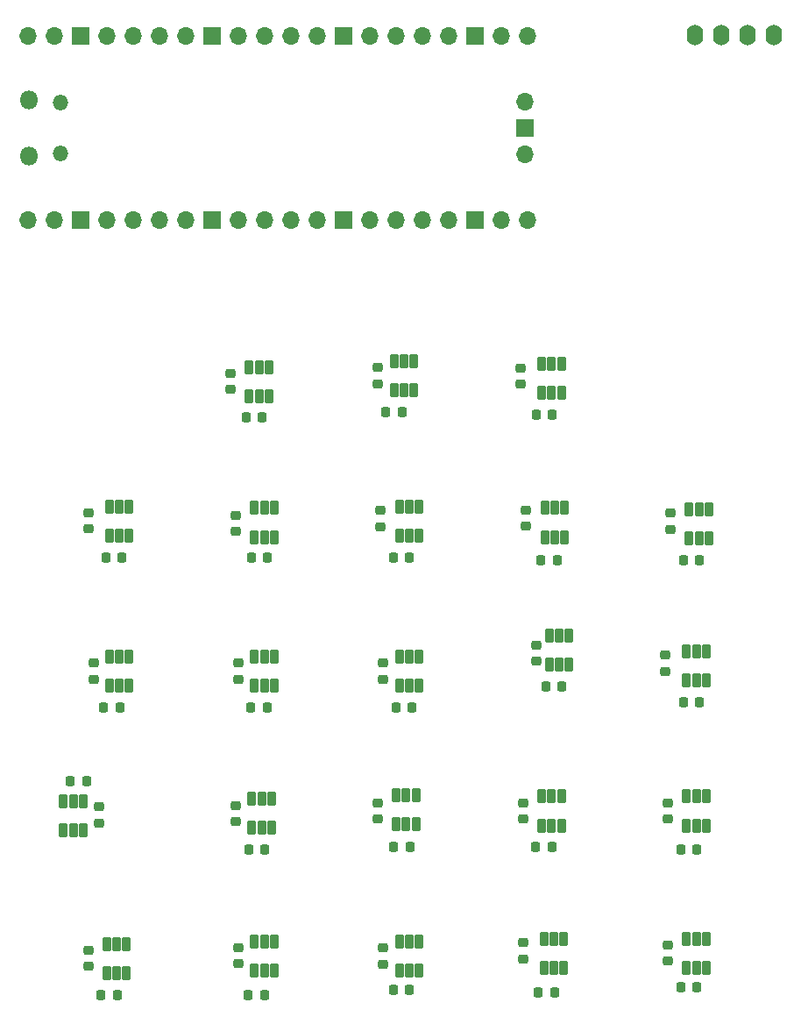
<source format=gbr>
%TF.GenerationSoftware,KiCad,Pcbnew,7.0.9*%
%TF.CreationDate,2024-09-03T11:05:06+09:00*%
%TF.ProjectId,_________,d5eac3af-adfc-4dcf-9cc9-2e6b69636164,rev?*%
%TF.SameCoordinates,Original*%
%TF.FileFunction,Soldermask,Bot*%
%TF.FilePolarity,Negative*%
%FSLAX46Y46*%
G04 Gerber Fmt 4.6, Leading zero omitted, Abs format (unit mm)*
G04 Created by KiCad (PCBNEW 7.0.9) date 2024-09-03 11:05:06*
%MOMM*%
%LPD*%
G01*
G04 APERTURE LIST*
G04 Aperture macros list*
%AMRoundRect*
0 Rectangle with rounded corners*
0 $1 Rounding radius*
0 $2 $3 $4 $5 $6 $7 $8 $9 X,Y pos of 4 corners*
0 Add a 4 corners polygon primitive as box body*
4,1,4,$2,$3,$4,$5,$6,$7,$8,$9,$2,$3,0*
0 Add four circle primitives for the rounded corners*
1,1,$1+$1,$2,$3*
1,1,$1+$1,$4,$5*
1,1,$1+$1,$6,$7*
1,1,$1+$1,$8,$9*
0 Add four rect primitives between the rounded corners*
20,1,$1+$1,$2,$3,$4,$5,0*
20,1,$1+$1,$4,$5,$6,$7,0*
20,1,$1+$1,$6,$7,$8,$9,0*
20,1,$1+$1,$8,$9,$2,$3,0*%
G04 Aperture macros list end*
%ADD10O,1.800000X1.800000*%
%ADD11O,1.500000X1.500000*%
%ADD12O,1.700000X1.700000*%
%ADD13R,1.700000X1.700000*%
%ADD14O,1.600000X2.000000*%
%ADD15RoundRect,0.102000X0.304800X0.571500X-0.304800X0.571500X-0.304800X-0.571500X0.304800X-0.571500X0*%
%ADD16RoundRect,0.225000X0.250000X-0.225000X0.250000X0.225000X-0.250000X0.225000X-0.250000X-0.225000X0*%
%ADD17RoundRect,0.225000X-0.225000X-0.250000X0.225000X-0.250000X0.225000X0.250000X-0.225000X0.250000X0*%
%ADD18RoundRect,0.102000X-0.304800X-0.571500X0.304800X-0.571500X0.304800X0.571500X-0.304800X0.571500X0*%
%ADD19RoundRect,0.225000X0.225000X0.250000X-0.225000X0.250000X-0.225000X-0.250000X0.225000X-0.250000X0*%
%ADD20RoundRect,0.225000X-0.250000X0.225000X-0.250000X-0.225000X0.250000X-0.225000X0.250000X0.225000X0*%
G04 APERTURE END LIST*
D10*
%TO.C,U1*%
X95750000Y-55975000D03*
D11*
X98780000Y-55675000D03*
X98780000Y-50825000D03*
D10*
X95750000Y-50525000D03*
D12*
X95620000Y-62140000D03*
X98160000Y-62140000D03*
D13*
X100700000Y-62140000D03*
D12*
X103240000Y-62140000D03*
X105780000Y-62140000D03*
X108320000Y-62140000D03*
X110860000Y-62140000D03*
D13*
X113400000Y-62140000D03*
D12*
X115940000Y-62140000D03*
X118480000Y-62140000D03*
X121020000Y-62140000D03*
X123560000Y-62140000D03*
D13*
X126100000Y-62140000D03*
D12*
X128640000Y-62140000D03*
X131180000Y-62140000D03*
X133720000Y-62140000D03*
X136260000Y-62140000D03*
D13*
X138800000Y-62140000D03*
D12*
X141340000Y-62140000D03*
X143880000Y-62140000D03*
X143880000Y-44360000D03*
X141340000Y-44360000D03*
D13*
X138800000Y-44360000D03*
D12*
X136260000Y-44360000D03*
X133720000Y-44360000D03*
X131180000Y-44360000D03*
X128640000Y-44360000D03*
D13*
X126100000Y-44360000D03*
D12*
X123560000Y-44360000D03*
X121020000Y-44360000D03*
X118480000Y-44360000D03*
X115940000Y-44360000D03*
D13*
X113400000Y-44360000D03*
D12*
X110860000Y-44360000D03*
X108320000Y-44360000D03*
X105780000Y-44360000D03*
X103240000Y-44360000D03*
D13*
X100700000Y-44360000D03*
D12*
X98160000Y-44360000D03*
X95620000Y-44360000D03*
X143650000Y-55790000D03*
D13*
X143650000Y-53250000D03*
D12*
X143650000Y-50710000D03*
%TD*%
D14*
%TO.C,Brd1*%
X160080000Y-44250000D03*
X162620000Y-44250000D03*
X165160000Y-44250000D03*
X167700000Y-44250000D03*
%TD*%
D15*
%TO.C,U16*%
X105409052Y-92604000D03*
X104459052Y-92604000D03*
X103509052Y-92604000D03*
X103509052Y-89796000D03*
X104459052Y-89796000D03*
X105409052Y-89796000D03*
%TD*%
D16*
%TO.C,C13*%
X157459052Y-119975000D03*
X157459052Y-118425000D03*
%TD*%
D17*
%TO.C,C57*%
X158934052Y-94950000D03*
X160484052Y-94950000D03*
%TD*%
%TO.C,C4*%
X131209052Y-109200000D03*
X132759052Y-109200000D03*
%TD*%
%TO.C,C26*%
X102684052Y-136950000D03*
X104234052Y-136950000D03*
%TD*%
D15*
%TO.C,U44*%
X147159052Y-78854000D03*
X146209052Y-78854000D03*
X145259052Y-78854000D03*
X145259052Y-76046000D03*
X146209052Y-76046000D03*
X147159052Y-76046000D03*
%TD*%
D18*
%TO.C,U10*%
X99050000Y-118250000D03*
X100000000Y-118250000D03*
X100950000Y-118250000D03*
X100950000Y-121058000D03*
X100000000Y-121058000D03*
X99050000Y-121058000D03*
%TD*%
D17*
%TO.C,C32*%
X144934052Y-136700000D03*
X146484052Y-136700000D03*
%TD*%
D15*
%TO.C,U39*%
X161409052Y-92854000D03*
X160459052Y-92854000D03*
X159509052Y-92854000D03*
X159509052Y-90046000D03*
X160459052Y-90046000D03*
X161409052Y-90046000D03*
%TD*%
%TO.C,U27*%
X105159052Y-134854000D03*
X104209052Y-134854000D03*
X103259052Y-134854000D03*
X103259052Y-132046000D03*
X104209052Y-132046000D03*
X105159052Y-132046000D03*
%TD*%
%TO.C,U4*%
X119409052Y-107104000D03*
X118459052Y-107104000D03*
X117509052Y-107104000D03*
X117509052Y-104296000D03*
X118459052Y-104296000D03*
X119409052Y-104296000D03*
%TD*%
D16*
%TO.C,C37*%
X115959052Y-106475000D03*
X115959052Y-104925000D03*
%TD*%
%TO.C,C5*%
X129959052Y-134000000D03*
X129959052Y-132450000D03*
%TD*%
D17*
%TO.C,C18*%
X145184052Y-94950000D03*
X146734052Y-94950000D03*
%TD*%
D15*
%TO.C,U33*%
X147409052Y-134354000D03*
X146459052Y-134354000D03*
X145509052Y-134354000D03*
X145509052Y-131546000D03*
X146459052Y-131546000D03*
X147409052Y-131546000D03*
%TD*%
%TO.C,U41*%
X118909052Y-79200000D03*
X117959052Y-79200000D03*
X117009052Y-79200000D03*
X117009052Y-76392000D03*
X117959052Y-76392000D03*
X118909052Y-76392000D03*
%TD*%
D16*
%TO.C,C6*%
X157459052Y-133725000D03*
X157459052Y-132175000D03*
%TD*%
D17*
%TO.C,C25*%
X158684052Y-122950000D03*
X160234052Y-122950000D03*
%TD*%
D16*
%TO.C,C36*%
X101959052Y-106475000D03*
X101959052Y-104925000D03*
%TD*%
%TO.C,C11*%
X143459052Y-133475000D03*
X143459052Y-131925000D03*
%TD*%
%TO.C,C21*%
X129709052Y-91750000D03*
X129709052Y-90200000D03*
%TD*%
D15*
%TO.C,U34*%
X133409052Y-134604000D03*
X132459052Y-134604000D03*
X131509052Y-134604000D03*
X131509052Y-131796000D03*
X132459052Y-131796000D03*
X133409052Y-131796000D03*
%TD*%
D17*
%TO.C,C23*%
X130959052Y-122700000D03*
X132509052Y-122700000D03*
%TD*%
%TO.C,C8*%
X158934052Y-108700000D03*
X160484052Y-108700000D03*
%TD*%
D15*
%TO.C,U26*%
X161159052Y-120604000D03*
X160209052Y-120604000D03*
X159259052Y-120604000D03*
X159259052Y-117796000D03*
X160209052Y-117796000D03*
X161159052Y-117796000D03*
%TD*%
D16*
%TO.C,C22*%
X144709052Y-104725000D03*
X144709052Y-103175000D03*
%TD*%
D19*
%TO.C,C9*%
X101275000Y-116337500D03*
X99725000Y-116337500D03*
%TD*%
D17*
%TO.C,C7*%
X145659052Y-107200000D03*
X147209052Y-107200000D03*
%TD*%
D15*
%TO.C,U35*%
X119409052Y-134604000D03*
X118459052Y-134604000D03*
X117509052Y-134604000D03*
X117509052Y-131796000D03*
X118459052Y-131796000D03*
X119409052Y-131796000D03*
%TD*%
D17*
%TO.C,C16*%
X117184052Y-94700000D03*
X118734052Y-94700000D03*
%TD*%
D15*
%TO.C,U25*%
X147159052Y-120604000D03*
X146209052Y-120604000D03*
X145259052Y-120604000D03*
X145259052Y-117796000D03*
X146209052Y-117796000D03*
X147159052Y-117796000D03*
%TD*%
D17*
%TO.C,C31*%
X158684052Y-136200000D03*
X160234052Y-136200000D03*
%TD*%
D15*
%TO.C,U9*%
X161159052Y-106604000D03*
X160209052Y-106604000D03*
X159259052Y-106604000D03*
X159259052Y-103796000D03*
X160209052Y-103796000D03*
X161159052Y-103796000D03*
%TD*%
%TO.C,U24*%
X133109052Y-120508000D03*
X132159052Y-120508000D03*
X131209052Y-120508000D03*
X131209052Y-117700000D03*
X132159052Y-117700000D03*
X133109052Y-117700000D03*
%TD*%
%TO.C,U42*%
X132909052Y-78604000D03*
X131959052Y-78604000D03*
X131009052Y-78604000D03*
X131009052Y-75796000D03*
X131959052Y-75796000D03*
X132909052Y-75796000D03*
%TD*%
D16*
%TO.C,C14*%
X143459052Y-119975000D03*
X143459052Y-118425000D03*
%TD*%
D17*
%TO.C,C41*%
X144709052Y-80950000D03*
X146259052Y-80950000D03*
%TD*%
D16*
%TO.C,C45*%
X129459052Y-77950000D03*
X129459052Y-76400000D03*
%TD*%
D17*
%TO.C,C40*%
X130209052Y-80700000D03*
X131759052Y-80700000D03*
%TD*%
D20*
%TO.C,C28*%
X102500000Y-118812500D03*
X102500000Y-120362500D03*
%TD*%
D16*
%TO.C,C19*%
X101459052Y-91975000D03*
X101459052Y-90425000D03*
%TD*%
D15*
%TO.C,U18*%
X133409052Y-92604000D03*
X132459052Y-92604000D03*
X131509052Y-92604000D03*
X131509052Y-89796000D03*
X132459052Y-89796000D03*
X133409052Y-89796000D03*
%TD*%
D16*
%TO.C,C27*%
X157209052Y-105725000D03*
X157209052Y-104175000D03*
%TD*%
D15*
%TO.C,U11*%
X119159052Y-120854000D03*
X118209052Y-120854000D03*
X117259052Y-120854000D03*
X117259052Y-118046000D03*
X118209052Y-118046000D03*
X119159052Y-118046000D03*
%TD*%
D17*
%TO.C,C10*%
X116934052Y-122950000D03*
X118484052Y-122950000D03*
%TD*%
%TO.C,C17*%
X130934052Y-94700000D03*
X132484052Y-94700000D03*
%TD*%
D15*
%TO.C,U5*%
X133409052Y-107104000D03*
X132459052Y-107104000D03*
X131509052Y-107104000D03*
X131509052Y-104296000D03*
X132459052Y-104296000D03*
X133409052Y-104296000D03*
%TD*%
D17*
%TO.C,C1*%
X102934052Y-109200000D03*
X104484052Y-109200000D03*
%TD*%
%TO.C,C34*%
X116909052Y-136950000D03*
X118459052Y-136950000D03*
%TD*%
D15*
%TO.C,U8*%
X147909052Y-105104000D03*
X146959052Y-105104000D03*
X146009052Y-105104000D03*
X146009052Y-102296000D03*
X146959052Y-102296000D03*
X147909052Y-102296000D03*
%TD*%
D16*
%TO.C,C43*%
X157709052Y-92000000D03*
X157709052Y-90450000D03*
%TD*%
D17*
%TO.C,C39*%
X116709052Y-81200000D03*
X118259052Y-81200000D03*
%TD*%
D15*
%TO.C,U2*%
X105409052Y-107104000D03*
X104459052Y-107104000D03*
X103509052Y-107104000D03*
X103509052Y-104296000D03*
X104459052Y-104296000D03*
X105409052Y-104296000D03*
%TD*%
%TO.C,U32*%
X161159052Y-134354000D03*
X160209052Y-134354000D03*
X159259052Y-134354000D03*
X159259052Y-131546000D03*
X160209052Y-131546000D03*
X161159052Y-131546000D03*
%TD*%
D16*
%TO.C,C20*%
X115709052Y-92225000D03*
X115709052Y-90675000D03*
%TD*%
%TO.C,C12*%
X101459052Y-134225000D03*
X101459052Y-132675000D03*
%TD*%
D17*
%TO.C,C3*%
X117159052Y-109200000D03*
X118709052Y-109200000D03*
%TD*%
D16*
%TO.C,C30*%
X129459052Y-119975000D03*
X129459052Y-118425000D03*
%TD*%
D17*
%TO.C,C33*%
X130934052Y-136450000D03*
X132484052Y-136450000D03*
%TD*%
D16*
%TO.C,C35*%
X143709052Y-91725000D03*
X143709052Y-90175000D03*
%TD*%
%TO.C,C38*%
X129959052Y-106475000D03*
X129959052Y-104925000D03*
%TD*%
D17*
%TO.C,C15*%
X103184052Y-94700000D03*
X104734052Y-94700000D03*
%TD*%
D16*
%TO.C,C44*%
X115209052Y-78475000D03*
X115209052Y-76925000D03*
%TD*%
%TO.C,C53*%
X143209052Y-77975000D03*
X143209052Y-76425000D03*
%TD*%
D15*
%TO.C,U19*%
X147459052Y-92758000D03*
X146509052Y-92758000D03*
X145559052Y-92758000D03*
X145559052Y-89950000D03*
X146509052Y-89950000D03*
X147459052Y-89950000D03*
%TD*%
D16*
%TO.C,C2*%
X115959052Y-133975000D03*
X115959052Y-132425000D03*
%TD*%
%TO.C,C29*%
X115709052Y-120225000D03*
X115709052Y-118675000D03*
%TD*%
D15*
%TO.C,U17*%
X119409052Y-92758000D03*
X118459052Y-92758000D03*
X117509052Y-92758000D03*
X117509052Y-89950000D03*
X118459052Y-89950000D03*
X119409052Y-89950000D03*
%TD*%
D17*
%TO.C,C24*%
X144684052Y-122700000D03*
X146234052Y-122700000D03*
%TD*%
M02*

</source>
